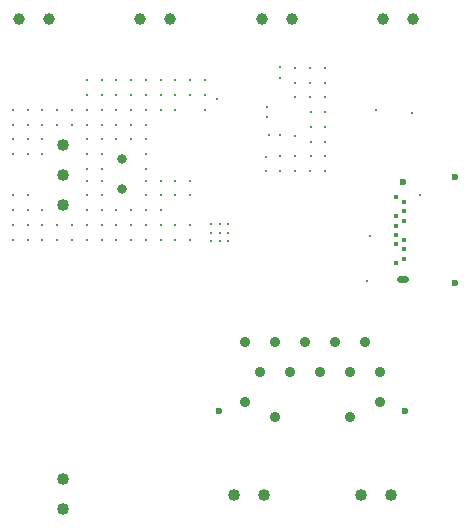
<source format=gbr>
%TF.GenerationSoftware,KiCad,Pcbnew,8.0.1*%
%TF.CreationDate,2024-04-22T16:55:56+02:00*%
%TF.ProjectId,power-test,706f7765-722d-4746-9573-742e6b696361,rev?*%
%TF.SameCoordinates,Original*%
%TF.FileFunction,Plated,1,4,PTH,Mixed*%
%TF.FilePolarity,Positive*%
%FSLAX46Y46*%
G04 Gerber Fmt 4.6, Leading zero omitted, Abs format (unit mm)*
G04 Created by KiCad (PCBNEW 8.0.1) date 2024-04-22 16:55:56*
%MOMM*%
%LPD*%
G01*
G04 APERTURE LIST*
%TA.AperFunction,ViaDrill*%
%ADD10C,0.300000*%
%TD*%
%TA.AperFunction,ComponentDrill*%
%ADD11C,0.400000*%
%TD*%
%TA.AperFunction,ComponentDrill*%
%ADD12C,0.600000*%
%TD*%
G04 aperture for slot hole*
%TA.AperFunction,ComponentDrill*%
%ADD13C,0.600000*%
%TD*%
%TA.AperFunction,ComponentDrill*%
%ADD14C,0.800000*%
%TD*%
%TA.AperFunction,ComponentDrill*%
%ADD15C,0.900000*%
%TD*%
%TA.AperFunction,ComponentDrill*%
%ADD16C,1.000000*%
%TD*%
%TA.AperFunction,ComponentDrill*%
%ADD17C,1.020000*%
%TD*%
G04 APERTURE END LIST*
D10*
X68000000Y-50500000D03*
X68000000Y-51750000D03*
X68000000Y-53000000D03*
X68000000Y-54250000D03*
X68000000Y-57750000D03*
X68000000Y-59000000D03*
X68000000Y-60250000D03*
X68000000Y-61500000D03*
X69250000Y-50500000D03*
X69250000Y-51750000D03*
X69250000Y-53000000D03*
X69250000Y-54250000D03*
X69250000Y-57750000D03*
X69250000Y-59000000D03*
X69250000Y-60250000D03*
X69250000Y-61500000D03*
X70500000Y-50500000D03*
X70500000Y-51750000D03*
X70500000Y-53000000D03*
X70500000Y-54250000D03*
X70500000Y-59000000D03*
X70500000Y-60250000D03*
X70500000Y-61500000D03*
X71750000Y-50500000D03*
X71750000Y-51750000D03*
X71750000Y-60250000D03*
X71750000Y-61500000D03*
X73000000Y-50500000D03*
X73000000Y-51750000D03*
X73000000Y-60250000D03*
X73000000Y-61500000D03*
X74250000Y-48000000D03*
X74250000Y-49250000D03*
X74250000Y-50500000D03*
X74250000Y-51750000D03*
X74250000Y-53000000D03*
X74250000Y-54250000D03*
X74250000Y-55500000D03*
X74250000Y-56500000D03*
X74250000Y-57750000D03*
X74250000Y-59000000D03*
X74250000Y-60250000D03*
X74250000Y-61500000D03*
X75500000Y-48000000D03*
X75500000Y-49250000D03*
X75500000Y-50500000D03*
X75500000Y-51750000D03*
X75500000Y-53000000D03*
X75500000Y-54250000D03*
X75500000Y-55500000D03*
X75500000Y-56500000D03*
X75500000Y-57750000D03*
X75500000Y-59000000D03*
X75500000Y-60250000D03*
X75500000Y-61500000D03*
X76750000Y-48000000D03*
X76750000Y-49250000D03*
X76750000Y-50500000D03*
X76750000Y-51750000D03*
X76750000Y-53000000D03*
X76750000Y-59000000D03*
X76750000Y-60250000D03*
X76750000Y-61500000D03*
X78000000Y-48000000D03*
X78000000Y-49250000D03*
X78000000Y-50500000D03*
X78000000Y-51750000D03*
X78000000Y-53000000D03*
X78000000Y-59000000D03*
X78000000Y-60250000D03*
X78000000Y-61500000D03*
X79250000Y-48000000D03*
X79250000Y-49250000D03*
X79250000Y-50500000D03*
X79250000Y-51750000D03*
X79250000Y-53000000D03*
X79250000Y-54250000D03*
X79250000Y-55500000D03*
X79250000Y-56500000D03*
X79250000Y-57750000D03*
X79250000Y-59000000D03*
X79250000Y-60250000D03*
X79250000Y-61500000D03*
X80500000Y-48000000D03*
X80500000Y-49250000D03*
X80500000Y-50500000D03*
X80500000Y-56500000D03*
X80500000Y-57750000D03*
X80500000Y-59000000D03*
X80500000Y-60250000D03*
X80500000Y-61500000D03*
X81750000Y-48000000D03*
X81750000Y-49250000D03*
X81750000Y-50500000D03*
X81750000Y-56500000D03*
X81750000Y-57750000D03*
X81750000Y-60250000D03*
X81750000Y-61500000D03*
X83000000Y-48000000D03*
X83000000Y-49250000D03*
X83000000Y-56500000D03*
X83000000Y-57750000D03*
X83000000Y-60250000D03*
X83000000Y-61500000D03*
X84250000Y-48000000D03*
X84250000Y-49250000D03*
X84250000Y-50500000D03*
X84800000Y-60200000D03*
X84800000Y-60900000D03*
X84800000Y-61600000D03*
X85300000Y-49600000D03*
X85500000Y-60200000D03*
X85500000Y-60900000D03*
X85500000Y-61600000D03*
X86200000Y-60200000D03*
X86200000Y-60900000D03*
X86200000Y-61600000D03*
X89400000Y-54500000D03*
X89400000Y-55700000D03*
X89500000Y-50300000D03*
X89500000Y-51100000D03*
X89700000Y-52600000D03*
X90600000Y-46900000D03*
X90600000Y-47800000D03*
X90600000Y-52600000D03*
X90650000Y-54450000D03*
X90650000Y-55700000D03*
X91900000Y-46950000D03*
X91900000Y-48200000D03*
X91900000Y-49450000D03*
X91900000Y-52700000D03*
X91900000Y-54400000D03*
X91900000Y-55700000D03*
X93150000Y-46950000D03*
X93150000Y-48200000D03*
X93150000Y-49450000D03*
X93150000Y-55700000D03*
X93200000Y-50700000D03*
X93200000Y-51950000D03*
X93200000Y-53200000D03*
X93200000Y-54400000D03*
X94400000Y-46950000D03*
X94400000Y-48200000D03*
X94400000Y-49450000D03*
X94400000Y-50700000D03*
X94400000Y-51950000D03*
X94400000Y-53200000D03*
X94400000Y-54450000D03*
X94400000Y-55700000D03*
X98000000Y-65000000D03*
X98254462Y-61164459D03*
X98750000Y-50500000D03*
X101750000Y-50750000D03*
X102500000Y-57750000D03*
D11*
%TO.C,J2*%
X100410000Y-57900000D03*
X100410000Y-59500000D03*
X100410000Y-60300000D03*
X100410000Y-61100000D03*
X100410000Y-61900000D03*
X100410000Y-63500000D03*
X101110000Y-58300000D03*
X101110000Y-59100000D03*
X101110000Y-59900000D03*
X101110000Y-61500000D03*
X101110000Y-62300000D03*
X101110000Y-63100000D03*
D12*
%TO.C,J1*%
X85407500Y-75995000D03*
%TO.C,J2*%
X101000000Y-56570000D03*
D13*
X101200000Y-64830000D02*
X100800000Y-64830000D01*
D12*
%TO.C,J1*%
X101207500Y-75995000D03*
%TO.C,J2*%
X105400000Y-56210000D03*
X105400000Y-65190000D03*
D14*
%TO.C,C1*%
X77200000Y-54700000D03*
X77200000Y-57200000D03*
D15*
%TO.C,J1*%
X87642500Y-70145000D03*
X87642500Y-75215000D03*
X88912500Y-72685000D03*
X90182500Y-70145000D03*
X90182500Y-76485000D03*
X91452500Y-72685000D03*
X92722500Y-70145000D03*
X93992500Y-72685000D03*
X95262500Y-70145000D03*
X96532500Y-72685000D03*
X96532500Y-76485000D03*
X97802500Y-70145000D03*
X99072500Y-72685000D03*
X99072500Y-75215000D03*
D16*
%TO.C,J4*%
X68525000Y-42775000D03*
X71065000Y-42775000D03*
%TO.C,J3*%
X78791666Y-42775000D03*
X81331666Y-42775000D03*
%TO.C,J5*%
X89058332Y-42775000D03*
X91598332Y-42775000D03*
%TO.C,J6*%
X99325000Y-42775000D03*
X101865000Y-42775000D03*
D17*
%TO.C,IC1*%
X72250000Y-53460000D03*
X72250000Y-56000000D03*
X72250000Y-58540000D03*
X72250000Y-81790000D03*
X72250000Y-84330000D03*
%TO.C,J1*%
X86717500Y-83105000D03*
X89257500Y-83105000D03*
X97457500Y-83105000D03*
X99997500Y-83105000D03*
M02*

</source>
